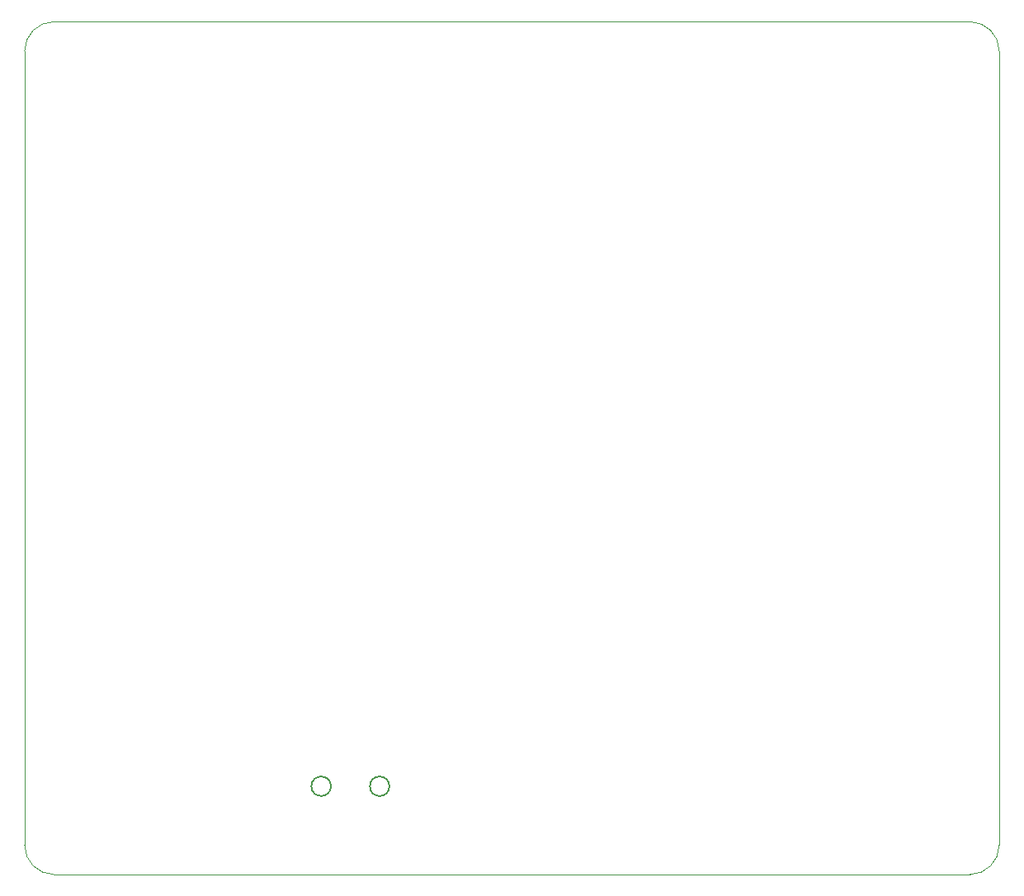
<source format=gbr>
%TF.GenerationSoftware,KiCad,Pcbnew,9.0.2*%
%TF.CreationDate,2025-08-17T10:41:30+03:30*%
%TF.ProjectId,drsstc-v1,64727373-7463-42d7-9631-2e6b69636164,rev?*%
%TF.SameCoordinates,Original*%
%TF.FileFunction,Profile,NP*%
%FSLAX46Y46*%
G04 Gerber Fmt 4.6, Leading zero omitted, Abs format (unit mm)*
G04 Created by KiCad (PCBNEW 9.0.2) date 2025-08-17 10:41:30*
%MOMM*%
%LPD*%
G01*
G04 APERTURE LIST*
%TA.AperFunction,Profile*%
%ADD10C,0.050000*%
%TD*%
%TA.AperFunction,Profile*%
%ADD11C,0.200000*%
%TD*%
G04 APERTURE END LIST*
D10*
X112000000Y-96500000D02*
G75*
G02*
X109000000Y-99500000I-3000000J0D01*
G01*
X109000000Y-99500000D02*
X15000000Y-99500000D01*
X109000000Y-12000000D02*
G75*
G02*
X112000000Y-15000000I0J-3000000D01*
G01*
X12000000Y-15000000D02*
G75*
G02*
X15000000Y-12000000I3000000J0D01*
G01*
X15000000Y-12000000D02*
X109000000Y-12000000D01*
X112000000Y-15000000D02*
X112000000Y-96500000D01*
X12000000Y-96500000D02*
X12000000Y-15000000D01*
X15000000Y-99500000D02*
G75*
G02*
X12000000Y-96500000I0J3000000D01*
G01*
D11*
%TO.C,D5*%
X43425000Y-90450000D02*
G75*
G02*
X41425000Y-90450000I-1000000J0D01*
G01*
X41425000Y-90450000D02*
G75*
G02*
X43425000Y-90450000I1000000J0D01*
G01*
X49425000Y-90450000D02*
G75*
G02*
X47425000Y-90450000I-1000000J0D01*
G01*
X47425000Y-90450000D02*
G75*
G02*
X49425000Y-90450000I1000000J0D01*
G01*
%TD*%
M02*

</source>
